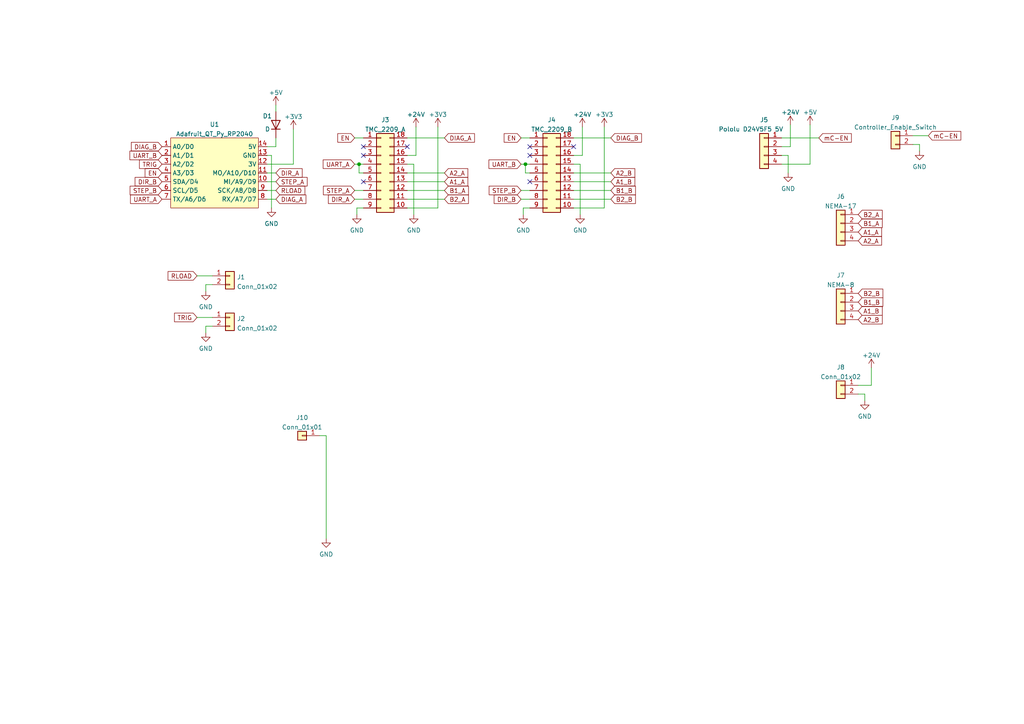
<source format=kicad_sch>
(kicad_sch (version 20211123) (generator eeschema)
  (paper "A4")
  (lib_symbols
    (symbol "Boards:Adafruit_QT_Py"
      (property "Reference" "U" (at 0 16.51 0))
      (property "Value" "Adafruit_QT_Py" (at 0 13.97 0))
      (symbol "Adafruit_QT_Py_0_1"
        (rectangle (start -12.7 10.16) (end 12.7 -10.16) (stroke (width 0.1524)) (fill (type background)))
      )
      (symbol "Adafruit_QT_Py_1_1"
        (pin passive line (at -15.24 7.62 0) (length 2.54) (name "A0/D0") (number "1"))
        (pin passive line (at 15.24 -2.54 180) (length 2.54) (name "MI/A9/D9") (number "10"))
        (pin passive line (at 15.24 0 180) (length 2.54) (name "MO/A10/D10") (number "11"))
        (pin passive line (at 15.24 2.54 180) (length 2.54) (name "3V") (number "12"))
        (pin passive line (at 15.24 5.08 180) (length 2.54) (name "GND") (number "13"))
        (pin passive line (at 15.24 7.62 180) (length 2.54) (name "5V") (number "14"))
        (pin passive line (at -15.24 5.08 0) (length 2.54) (name "A1/D1") (number "2"))
        (pin passive line (at -15.24 2.54 0) (length 2.54) (name "A2/D2") (number "3"))
        (pin passive line (at -15.24 0 0) (length 2.54) (name "A3/D3") (number "4"))
        (pin passive line (at -15.24 -2.54 0) (length 2.54) (name "SDA/D4") (number "5"))
        (pin passive line (at -15.24 -5.08 0) (length 2.54) (name "SCL/D5") (number "6"))
        (pin passive line (at -15.24 -7.62 0) (length 2.54) (name "TX/A6/D6") (number "7"))
        (pin passive line (at 15.24 -7.62 180) (length 2.54) (name "RX/A7/D7") (number "8"))
        (pin passive line (at 15.24 -5.08 180) (length 2.54) (name "SCK/A8/D8") (number "9"))
      )
    )
    (symbol "Connector_Generic:Conn_01x01" (pin_names (offset 1.016) hide)
      (property "Reference" "J" (at 0 2.54 0))
      (property "Value" "Conn_01x01" (at 0 -2.54 0))
      (symbol "Conn_01x01_1_1"
        (rectangle (start -1.27 0.127) (end 0 -0.127) (stroke (width 0.1524)))
        (rectangle (start -1.27 1.27) (end 1.27 -1.27) (stroke (width 0.254)) (fill (type background)))
        (pin passive line (at -5.08 0 0) (length 3.81) (name "Pin_1") (number "1"))
      )
    )
    (symbol "Connector_Generic:Conn_01x02" (pin_names (offset 1.016) hide)
      (property "Reference" "J" (at 0 2.54 0))
      (property "Value" "Conn_01x02" (at 0 -5.08 0))
      (symbol "Conn_01x02_1_1"
        (rectangle (start -1.27 -2.413) (end 0 -2.667) (stroke (width 0.1524)))
        (rectangle (start -1.27 0.127) (end 0 -0.127) (stroke (width 0.1524)))
        (rectangle (start -1.27 1.27) (end 1.27 -3.81) (stroke (width 0.254)) (fill (type background)))
        (pin passive line (at -5.08 0 0) (length 3.81) (name "Pin_1") (number "1"))
        (pin passive line (at -5.08 -2.54 0) (length 3.81) (name "Pin_2") (number "2"))
      )
    )
    (symbol "Connector_Generic:Conn_01x04" (pin_names (offset 1.016) hide)
      (property "Reference" "J" (at 0 5.08 0))
      (property "Value" "Conn_01x04" (at 0 -7.62 0))
      (symbol "Conn_01x04_1_1"
        (rectangle (start -1.27 -4.953) (end 0 -5.207) (stroke (width 0.1524)))
        (rectangle (start -1.27 -2.413) (end 0 -2.667) (stroke (width 0.1524)))
        (rectangle (start -1.27 0.127) (end 0 -0.127) (stroke (width 0.1524)))
        (rectangle (start -1.27 2.667) (end 0 2.413) (stroke (width 0.1524)))
        (rectangle (start -1.27 3.81) (end 1.27 -6.35) (stroke (width 0.254)) (fill (type background)))
        (pin passive line (at -5.08 2.54 0) (length 3.81) (name "Pin_1") (number "1"))
        (pin passive line (at -5.08 0 0) (length 3.81) (name "Pin_2") (number "2"))
        (pin passive line (at -5.08 -2.54 0) (length 3.81) (name "Pin_3") (number "3"))
        (pin passive line (at -5.08 -5.08 0) (length 3.81) (name "Pin_4") (number "4"))
      )
    )
    (symbol "Connector_Generic:Conn_02x09_Counter_Clockwise" (pin_names (offset 1.016) hide)
      (property "Reference" "J" (at 1.27 12.7 0))
      (property "Value" "Conn_02x09_Counter_Clockwise" (at 1.27 -12.7 0))
      (symbol "Conn_02x09_Counter_Clockwise_1_1"
        (rectangle (start -1.27 -10.033) (end 0 -10.287) (stroke (width 0.1524)))
        (rectangle (start -1.27 -7.493) (end 0 -7.747) (stroke (width 0.1524)))
        (rectangle (start -1.27 -4.953) (end 0 -5.207) (stroke (width 0.1524)))
        (rectangle (start -1.27 -2.413) (end 0 -2.667) (stroke (width 0.1524)))
        (rectangle (start -1.27 0.127) (end 0 -0.127) (stroke (width 0.1524)))
        (rectangle (start -1.27 2.667) (end 0 2.413) (stroke (width 0.1524)))
        (rectangle (start -1.27 5.207) (end 0 4.953) (stroke (width 0.1524)))
        (rectangle (start -1.27 7.747) (end 0 7.493) (stroke (width 0.1524)))
        (rectangle (start -1.27 10.287) (end 0 10.033) (stroke (width 0.1524)))
        (rectangle (start -1.27 11.43) (end 3.81 -11.43) (stroke (width 0.254)) (fill (type background)))
        (rectangle (start 3.81 -10.033) (end 2.54 -10.287) (stroke (width 0.1524)))
        (rectangle (start 3.81 -7.493) (end 2.54 -7.747) (stroke (width 0.1524)))
        (rectangle (start 3.81 -4.953) (end 2.54 -5.207) (stroke (width 0.1524)))
        (rectangle (start 3.81 -2.413) (end 2.54 -2.667) (stroke (width 0.1524)))
        (rectangle (start 3.81 0.127) (end 2.54 -0.127) (stroke (width 0.1524)))
        (rectangle (start 3.81 2.667) (end 2.54 2.413) (stroke (width 0.1524)))
        (rectangle (start 3.81 5.207) (end 2.54 4.953) (stroke (width 0.1524)))
        (rectangle (start 3.81 7.747) (end 2.54 7.493) (stroke (width 0.1524)))
        (rectangle (start 3.81 10.287) (end 2.54 10.033) (stroke (width 0.1524)))
        (pin passive line (at -5.08 10.16 0) (length 3.81) (name "Pin_1") (number "1"))
        (pin passive line (at 7.62 -10.16 180) (length 3.81) (name "Pin_10") (number "10"))
        (pin passive line (at 7.62 -7.62 180) (length 3.81) (name "Pin_11") (number "11"))
        (pin passive line (at 7.62 -5.08 180) (length 3.81) (name "Pin_12") (number "12"))
        (pin passive line (at 7.62 -2.54 180) (length 3.81) (name "Pin_13") (number "13"))
        (pin passive line (at 7.62 0 180) (length 3.81) (name "Pin_14") (number "14"))
        (pin passive line (at 7.62 2.54 180) (length 3.81) (name "Pin_15") (number "15"))
        (pin passive line (at 7.62 5.08 180) (length 3.81) (name "Pin_16") (number "16"))
        (pin passive line (at 7.62 7.62 180) (length 3.81) (name "Pin_17") (number "17"))
        (pin passive line (at 7.62 10.16 180) (length 3.81) (name "Pin_18") (number "18"))
        (pin passive line (at -5.08 7.62 0) (length 3.81) (name "Pin_2") (number "2"))
        (pin passive line (at -5.08 5.08 0) (length 3.81) (name "Pin_3") (number "3"))
        (pin passive line (at -5.08 2.54 0) (length 3.81) (name "Pin_4") (number "4"))
        (pin passive line (at -5.08 0 0) (length 3.81) (name "Pin_5") (number "5"))
        (pin passive line (at -5.08 -2.54 0) (length 3.81) (name "Pin_6") (number "6"))
        (pin passive line (at -5.08 -5.08 0) (length 3.81) (name "Pin_7") (number "7"))
        (pin passive line (at -5.08 -7.62 0) (length 3.81) (name "Pin_8") (number "8"))
        (pin passive line (at -5.08 -10.16 0) (length 3.81) (name "Pin_9") (number "9"))
      )
    )
    (symbol "Device:D" (pin_numbers hide) (pin_names (offset 1.016) hide)
      (property "Reference" "D" (at 0 2.54 0))
      (property "Value" "D" (at 0 -2.54 0))
      (symbol "D_0_1"
        (polyline (pts (xy -1.27 1.27) (xy -1.27 -1.27)) (stroke (width 0.254)))
        (polyline (pts (xy 1.27 0) (xy -1.27 0)))
        (polyline (pts (xy 1.27 1.27) (xy 1.27 -1.27) (xy -1.27 0) (xy 1.27 1.27)) (stroke (width 0.254)))
      )
      (symbol "D_1_1"
        (pin passive line (at -3.81 0 0) (length 2.54) (name "K") (number "1"))
        (pin passive line (at 3.81 0 180) (length 2.54) (name "A") (number "2"))
      )
    )
    (symbol "power:+24V" (power) (pin_names (offset 0))
      (property "Value" "+24V" (at 0 3.556 0))
      (symbol "+24V_0_1"
        (polyline (pts (xy -0.762 1.27) (xy 0 2.54)))
        (polyline (pts (xy 0 0) (xy 0 2.54)))
        (polyline (pts (xy 0 2.54) (xy 0.762 1.27)))
      )
      (symbol "+24V_1_1"
        (pin power_in line (at 0 0 90) (length 0) hide (name "+24V") (number "1"))
      )
    )
    (symbol "power:+3V3" (power) (pin_names (offset 0))
      (property "Value" "+3V3" (at 0 3.556 0))
      (symbol "+3V3_0_1"
        (polyline (pts (xy -0.762 1.27) (xy 0 2.54)))
        (polyline (pts (xy 0 0) (xy 0 2.54)))
        (polyline (pts (xy 0 2.54) (xy 0.762 1.27)))
      )
      (symbol "+3V3_1_1"
        (pin power_in line (at 0 0 90) (length 0) hide (name "+3V3") (number "1"))
      )
    )
    (symbol "power:+5V" (power) (pin_names (offset 0))
      (property "Value" "+5V" (at 0 3.556 0))
      (symbol "+5V_0_1"
        (polyline (pts (xy -0.762 1.27) (xy 0 2.54)))
        (polyline (pts (xy 0 0) (xy 0 2.54)))
        (polyline (pts (xy 0 2.54) (xy 0.762 1.27)))
      )
      (symbol "+5V_1_1"
        (pin power_in line (at 0 0 90) (length 0) hide (name "+5V") (number "1"))
      )
    )
    (symbol "power:GND" (power) (pin_names (offset 0))
      (property "Value" "GND" (at 0 -3.81 0))
      (symbol "GND_0_1"
        (polyline (pts (xy 0 0) (xy 0 -1.27) (xy 1.27 -1.27) (xy 0 -2.54) (xy -1.27 -1.27) (xy 0 -1.27)))
      )
      (symbol "GND_1_1"
        (pin power_in line (at 0 0 270) (length 0) hide (name "GND") (number "1"))
      )
    )
  )
  (junction (at 104.14 47.625))
  (junction (at 152.4 47.625))
  (no_connect (at 118.11 42.545))
  (no_connect (at 105.41 45.085))
  (no_connect (at 105.41 42.545))
  (no_connect (at 153.67 42.545))
  (no_connect (at 153.67 45.085))
  (no_connect (at 105.41 52.705))
  (no_connect (at 153.67 52.705))
  (no_connect (at 166.37 42.545))
  (wire (pts (xy 252.73 111.76) (xy 252.73 106.68)))
  (wire (pts (xy 118.11 55.245) (xy 128.905 55.245)))
  (wire (pts (xy 102.87 47.625) (xy 104.14 47.625)))
  (wire (pts (xy 118.11 40.005) (xy 128.905 40.005)))
  (wire (pts (xy 264.795 39.37) (xy 269.24 39.37)))
  (wire (pts (xy 226.695 40.005) (xy 237.49 40.005)))
  (wire (pts (xy 104.14 47.625) (xy 105.41 47.625)))
  (wire (pts (xy 226.695 42.545) (xy 229.235 42.545)))
  (wire (pts (xy 80.01 30.48) (xy 80.01 32.385)))
  (wire (pts (xy 228.6 45.085) (xy 228.6 50.165)))
  (wire (pts (xy 151.13 47.625) (xy 152.4 47.625)))
  (wire (pts (xy 77.47 45.085) (xy 78.74 45.085)))
  (wire (pts (xy 103.505 60.325) (xy 103.505 62.23)))
  (wire (pts (xy 105.41 60.325) (xy 103.505 60.325)))
  (wire (pts (xy 77.47 47.625) (xy 85.09 47.625)))
  (wire (pts (xy 153.67 60.325) (xy 151.765 60.325)))
  (wire (pts (xy 151.13 57.785) (xy 153.67 57.785)))
  (wire (pts (xy 151.13 40.005) (xy 153.67 40.005)))
  (wire (pts (xy 168.91 36.83) (xy 168.91 45.085)))
  (wire (pts (xy 59.69 82.55) (xy 61.595 82.55)))
  (wire (pts (xy 166.37 60.325) (xy 175.26 60.325)))
  (wire (pts (xy 57.15 80.01) (xy 61.595 80.01)))
  (wire (pts (xy 105.41 50.165) (xy 104.14 50.165)))
  (wire (pts (xy 102.87 55.245) (xy 105.41 55.245)))
  (wire (pts (xy 127 36.83) (xy 127 60.325)))
  (wire (pts (xy 77.47 52.705) (xy 80.01 52.705)))
  (wire (pts (xy 118.11 52.705) (xy 128.905 52.705)))
  (wire (pts (xy 59.69 96.52) (xy 59.69 94.615)))
  (wire (pts (xy 166.37 50.165) (xy 177.165 50.165)))
  (wire (pts (xy 120.65 36.83) (xy 120.65 45.085)))
  (wire (pts (xy 166.37 52.705) (xy 177.165 52.705)))
  (wire (pts (xy 166.37 57.785) (xy 177.165 57.785)))
  (wire (pts (xy 78.74 45.085) (xy 78.74 60.325)))
  (wire (pts (xy 57.15 92.075) (xy 61.595 92.075)))
  (wire (pts (xy 85.09 47.625) (xy 85.09 37.465)))
  (wire (pts (xy 248.92 111.76) (xy 252.73 111.76)))
  (wire (pts (xy 226.695 45.085) (xy 228.6 45.085)))
  (wire (pts (xy 175.26 36.83) (xy 175.26 60.325)))
  (wire (pts (xy 94.615 126.365) (xy 94.615 156.21)))
  (wire (pts (xy 229.235 36.195) (xy 229.235 42.545)))
  (wire (pts (xy 250.825 114.3) (xy 250.825 116.205)))
  (wire (pts (xy 77.47 55.245) (xy 80.01 55.245)))
  (wire (pts (xy 168.275 47.625) (xy 168.275 62.23)))
  (wire (pts (xy 77.47 42.545) (xy 80.01 42.545)))
  (wire (pts (xy 102.87 40.005) (xy 105.41 40.005)))
  (wire (pts (xy 118.11 50.165) (xy 128.905 50.165)))
  (wire (pts (xy 118.11 60.325) (xy 127 60.325)))
  (wire (pts (xy 118.11 47.625) (xy 120.015 47.625)))
  (wire (pts (xy 92.71 126.365) (xy 94.615 126.365)))
  (wire (pts (xy 151.765 60.325) (xy 151.765 62.23)))
  (wire (pts (xy 118.11 45.085) (xy 120.65 45.085)))
  (wire (pts (xy 166.37 40.005) (xy 177.165 40.005)))
  (wire (pts (xy 118.11 57.785) (xy 128.905 57.785)))
  (wire (pts (xy 166.37 55.245) (xy 177.165 55.245)))
  (wire (pts (xy 59.69 94.615) (xy 61.595 94.615)))
  (wire (pts (xy 166.37 47.625) (xy 168.275 47.625)))
  (wire (pts (xy 120.015 47.625) (xy 120.015 62.23)))
  (wire (pts (xy 151.13 55.245) (xy 153.67 55.245)))
  (wire (pts (xy 102.87 57.785) (xy 105.41 57.785)))
  (wire (pts (xy 266.7 43.815) (xy 266.7 41.91)))
  (wire (pts (xy 77.47 57.785) (xy 80.01 57.785)))
  (wire (pts (xy 152.4 47.625) (xy 153.67 47.625)))
  (wire (pts (xy 166.37 45.085) (xy 168.91 45.085)))
  (wire (pts (xy 266.7 41.91) (xy 264.795 41.91)))
  (wire (pts (xy 104.14 50.165) (xy 104.14 47.625)))
  (wire (pts (xy 153.67 50.165) (xy 152.4 50.165)))
  (wire (pts (xy 248.92 114.3) (xy 250.825 114.3)))
  (wire (pts (xy 234.95 47.625) (xy 234.95 36.195)))
  (wire (pts (xy 226.695 47.625) (xy 234.95 47.625)))
  (wire (pts (xy 77.47 50.165) (xy 80.01 50.165)))
  (wire (pts (xy 152.4 50.165) (xy 152.4 47.625)))
  (wire (pts (xy 59.69 84.455) (xy 59.69 82.55)))
  (wire (pts (xy 80.01 40.005) (xy 80.01 42.545)))
  (global_label "mC-EN" (shape input) (at 269.24 39.37 0) (property "Intersheet References" "${INTERSHEET_REFS}" (effects hide)))
  (global_label "DIAG_B" (shape input) (at 177.165 40.005 0) (property "Intersheet References" "${INTERSHEET_REFS}" (effects hide)))
  (global_label "B1_B" (shape input) (at 248.92 87.63 0) (property "Intersheet References" "${INTERSHEET_REFS}" (effects hide)))
  (global_label "A2_A" (shape input) (at 128.905 50.165 0) (property "Intersheet References" "${INTERSHEET_REFS}" (effects hide)))
  (global_label "TRIG" (shape input) (at 57.15 92.075 180) (property "Intersheet References" "${INTERSHEET_REFS}" (effects hide)))
  (global_label "STEP_A" (shape input) (at 102.87 55.245 180) (property "Intersheet References" "${INTERSHEET_REFS}" (effects hide)))
  (global_label "A1_B" (shape input) (at 248.92 90.17 0) (property "Intersheet References" "${INTERSHEET_REFS}" (effects hide)))
  (global_label "A1_B" (shape input) (at 177.165 52.705 0) (property "Intersheet References" "${INTERSHEET_REFS}" (effects hide)))
  (global_label "mC-EN" (shape input) (at 237.49 40.005 0) (property "Intersheet References" "${INTERSHEET_REFS}" (effects hide)))
  (global_label "DIR_B" (shape input) (at 46.99 52.705 180) (property "Intersheet References" "${INTERSHEET_REFS}" (effects hide)))
  (global_label "B1_A" (shape input) (at 248.92 64.77 0) (property "Intersheet References" "${INTERSHEET_REFS}" (effects hide)))
  (global_label "B2_A" (shape input) (at 248.92 62.23 0) (property "Intersheet References" "${INTERSHEET_REFS}" (effects hide)))
  (global_label "DIR_A" (shape input) (at 80.01 50.165 0) (property "Intersheet References" "${INTERSHEET_REFS}" (effects hide)))
  (global_label "A1_A" (shape input) (at 248.92 67.31 0) (property "Intersheet References" "${INTERSHEET_REFS}" (effects hide)))
  (global_label "B2_A" (shape input) (at 128.905 57.785 0) (property "Intersheet References" "${INTERSHEET_REFS}" (effects hide)))
  (global_label "EN" (shape input) (at 151.13 40.005 180) (property "Intersheet References" "${INTERSHEET_REFS}" (effects hide)))
  (global_label "DIAG_A" (shape input) (at 80.01 57.785 0) (property "Intersheet References" "${INTERSHEET_REFS}" (effects hide)))
  (global_label "UART_B" (shape input) (at 151.13 47.625 180) (property "Intersheet References" "${INTERSHEET_REFS}" (effects hide)))
  (global_label "EN" (shape input) (at 46.99 50.165 180) (property "Intersheet References" "${INTERSHEET_REFS}" (effects hide)))
  (global_label "A2_B" (shape input) (at 177.165 50.165 0) (property "Intersheet References" "${INTERSHEET_REFS}" (effects hide)))
  (global_label "EN" (shape input) (at 102.87 40.005 180) (property "Intersheet References" "${INTERSHEET_REFS}" (effects hide)))
  (global_label "DIAG_B" (shape input) (at 46.99 42.545 180) (property "Intersheet References" "${INTERSHEET_REFS}" (effects hide)))
  (global_label "STEP_A" (shape input) (at 80.01 52.705 0) (property "Intersheet References" "${INTERSHEET_REFS}" (effects hide)))
  (global_label "B2_B" (shape input) (at 248.92 85.09 0) (property "Intersheet References" "${INTERSHEET_REFS}" (effects hide)))
  (global_label "DIR_B" (shape input) (at 151.13 57.785 180) (property "Intersheet References" "${INTERSHEET_REFS}" (effects hide)))
  (global_label "UART_A" (shape input) (at 46.99 57.785 180) (property "Intersheet References" "${INTERSHEET_REFS}" (effects hide)))
  (global_label "RLOAD" (shape input) (at 80.01 55.245 0) (property "Intersheet References" "${INTERSHEET_REFS}" (effects hide)))
  (global_label "A2_B" (shape input) (at 248.92 92.71 0) (property "Intersheet References" "${INTERSHEET_REFS}" (effects hide)))
  (global_label "B1_A" (shape input) (at 128.905 55.245 0) (property "Intersheet References" "${INTERSHEET_REFS}" (effects hide)))
  (global_label "UART_B" (shape input) (at 46.99 45.085 180) (property "Intersheet References" "${INTERSHEET_REFS}" (effects hide)))
  (global_label "RLOAD" (shape input) (at 57.15 80.01 180) (property "Intersheet References" "${INTERSHEET_REFS}" (effects hide)))
  (global_label "STEP_B" (shape input) (at 46.99 55.245 180) (property "Intersheet References" "${INTERSHEET_REFS}" (effects hide)))
  (global_label "DIAG_A" (shape input) (at 128.905 40.005 0) (property "Intersheet References" "${INTERSHEET_REFS}" (effects hide)))
  (global_label "TRIG" (shape input) (at 46.99 47.625 180) (property "Intersheet References" "${INTERSHEET_REFS}" (effects hide)))
  (global_label "STEP_B" (shape input) (at 151.13 55.245 180) (property "Intersheet References" "${INTERSHEET_REFS}" (effects hide)))
  (global_label "A1_A" (shape input) (at 128.905 52.705 0) (property "Intersheet References" "${INTERSHEET_REFS}" (effects hide)))
  (global_label "B2_B" (shape input) (at 177.165 57.785 0) (property "Intersheet References" "${INTERSHEET_REFS}" (effects hide)))
  (global_label "B1_B" (shape input) (at 177.165 55.245 0) (property "Intersheet References" "${INTERSHEET_REFS}" (effects hide)))
  (global_label "UART_A" (shape input) (at 102.87 47.625 180) (property "Intersheet References" "${INTERSHEET_REFS}" (effects hide)))
  (global_label "DIR_A" (shape input) (at 102.87 57.785 180) (property "Intersheet References" "${INTERSHEET_REFS}" (effects hide)))
  (global_label "A2_A" (shape input) (at 248.92 69.85 0) (property "Intersheet References" "${INTERSHEET_REFS}" (effects hide)))
  (symbol (lib_id "power:+24V") (at 252.73 106.68 0) (unit 1)
    (property "Reference" "#PWR0117" (effects hide))
    (property "Value" "+24V" (at 252.73 103.0755 0))
  )
  (symbol (lib_id "power:GND") (at 103.505 62.23 0) (unit 1)
    (property "Reference" "#PWR0103" (effects hide))
    (property "Value" "GND" (at 103.505 66.7925 0))
  )
  (symbol (lib_id "Connector_Generic:Conn_01x01") (at 87.63 126.365 180) (unit 1)
    (property "Reference" "J10" (at 87.63 121.1285 0))
    (property "Value" "Conn_01x01" (at 87.63 123.9036 0))
    (property "Footprint" "MountingHole:MountingHole_3.2mm_M3" (effects hide))
  )
  (symbol (lib_id "Device:D") (at 80.01 36.195 90) (unit 1)
    (property "Reference" "D1" (at 76.2 33.655 90) (effects (justify right)))
    (property "Value" "D" (at 76.835 37.465 90) (effects (justify right)))
    (property "Footprint" "Diode_SMD:D_0603_1608Metric_Pad1.05x0.95mm_HandSolder" (effects hide))
  )
  (symbol (lib_id "Connector_Generic:Conn_01x04") (at 243.84 87.63 0) (mirror y) (unit 1)
    (property "Reference" "J7" (at 243.84 79.8535 0))
    (property "Value" "NEMA-8" (at 243.84 82.6286 0))
    (property "Footprint" "Connector_PinHeader_2.54mm:PinHeader_1x04_P2.54mm_Vertical" (effects hide))
  )
  (symbol (lib_id "Boards:Adafruit_QT_Py") (at 62.23 50.165 0) (unit 1)
    (property "Reference" "U1" (at 62.23 36.0893 0))
    (property "Value" "Adafruit_QT_Py_RP2040" (at 62.23 38.8644 0))
    (property "Footprint" "Boards:Adafruit_QT_Py_SMD" (effects hide))
  )
  (symbol (lib_id "power:GND") (at 228.6 50.165 0) (unit 1)
    (property "Reference" "#PWR0116" (effects hide))
    (property "Value" "GND" (at 228.6 54.7275 0))
  )
  (symbol (lib_id "power:GND") (at 266.7 43.815 0) (unit 1)
    (property "Reference" "#PWR0119" (effects hide))
    (property "Value" "GND" (at 266.7 48.3775 0))
  )
  (symbol (lib_id "Connector_Generic:Conn_01x02") (at 66.675 92.075 0) (unit 1)
    (property "Reference" "J2" (at 68.707 92.4365 0) (effects (justify left)))
    (property "Value" "Conn_01x02" (at 68.707 95.2116 0) (effects (justify left)))
    (property "Footprint" "Connector_JST:JST_PH_B2B-PH-K_1x02_P2.00mm_Vertical" (effects hide))
  )
  (symbol (lib_id "power:+3V3") (at 127 36.83 0) (unit 1)
    (property "Reference" "#PWR0102" (effects hide))
    (property "Value" "+3V3" (at 127 33.2255 0))
  )
  (symbol (lib_id "power:GND") (at 120.015 62.23 0) (unit 1)
    (property "Reference" "#PWR0104" (effects hide))
    (property "Value" "GND" (at 120.015 66.7925 0))
  )
  (symbol (lib_id "power:+5V") (at 80.01 30.48 0) (unit 1)
    (property "Reference" "#PWR0106" (effects hide))
    (property "Value" "+5V" (at 80.01 26.8755 0))
  )
  (symbol (lib_id "power:+24V") (at 229.235 36.195 0) (unit 1)
    (property "Reference" "#PWR0112" (effects hide))
    (property "Value" "+24V" (at 229.235 32.5905 0))
  )
  (symbol (lib_id "power:GND") (at 59.69 96.52 0) (unit 1)
    (property "Reference" "#PWR0108" (effects hide))
    (property "Value" "GND" (at 59.69 101.0825 0))
  )
  (symbol (lib_id "power:+5V") (at 234.95 36.195 0) (unit 1)
    (property "Reference" "#PWR0113" (effects hide))
    (property "Value" "+5V" (at 234.95 32.5905 0))
  )
  (symbol (lib_id "power:+3V3") (at 85.09 37.465 0) (unit 1)
    (property "Reference" "#PWR0105" (effects hide))
    (property "Value" "+3V3" (at 85.09 33.8605 0))
  )
  (symbol (lib_id "power:GND") (at 59.69 84.455 0) (unit 1)
    (property "Reference" "#PWR0109" (effects hide))
    (property "Value" "GND" (at 59.69 89.0175 0))
  )
  (symbol (lib_id "power:GND") (at 94.615 156.21 0) (unit 1)
    (property "Reference" "#PWR0120" (effects hide))
    (property "Value" "GND" (at 94.615 160.7725 0))
  )
  (symbol (lib_id "Connector_Generic:Conn_01x02") (at 259.715 39.37 0) (mirror y) (unit 1)
    (property "Reference" "J9" (at 259.715 34.1335 0))
    (property "Value" "Controller_Enable_Switch" (at 259.715 36.9086 0))
    (property "Footprint" "Connector_JST:JST_PH_B2B-PH-K_1x02_P2.00mm_Vertical" (effects hide))
  )
  (symbol (lib_id "Connector_Generic:Conn_02x09_Counter_Clockwise") (at 158.75 50.165 0) (unit 1)
    (property "Reference" "J4" (at 160.02 34.7685 0))
    (property "Value" "TMC_2209_B" (at 160.02 37.5436 0))
    (property "Footprint" "Boards:BTT_TMC_2209" (effects hide))
  )
  (symbol (lib_id "Connector_Generic:Conn_01x02") (at 66.675 80.01 0) (unit 1)
    (property "Reference" "J1" (at 68.707 80.3715 0) (effects (justify left)))
    (property "Value" "Conn_01x02" (at 68.707 83.1466 0) (effects (justify left)))
    (property "Footprint" "Connector_JST:JST_PH_B2B-PH-K_1x02_P2.00mm_Vertical" (effects hide))
  )
  (symbol (lib_id "power:GND") (at 168.275 62.23 0) (unit 1)
    (property "Reference" "#PWR0114" (effects hide))
    (property "Value" "GND" (at 168.275 66.7925 0))
  )
  (symbol (lib_id "power:GND") (at 151.765 62.23 0) (unit 1)
    (property "Reference" "#PWR0115" (effects hide))
    (property "Value" "GND" (at 151.765 66.7925 0))
  )
  (symbol (lib_id "power:GND") (at 78.74 60.325 0) (unit 1)
    (property "Reference" "#PWR0107" (effects hide))
    (property "Value" "GND" (at 78.74 64.8875 0))
  )
  (symbol (lib_id "Connector_Generic:Conn_01x04") (at 221.615 42.545 0) (mirror y) (unit 1)
    (property "Reference" "J5" (at 221.615 34.7685 0))
    (property "Value" "Pololu D24V5F5 5V" (at 217.805 37.465 0))
    (property "Footprint" "Connector_PinHeader_2.54mm:PinHeader_1x04_P2.54mm_Vertical" (effects hide))
  )
  (symbol (lib_id "power:+24V") (at 168.91 36.83 0) (unit 1)
    (property "Reference" "#PWR0110" (effects hide))
    (property "Value" "+24V" (at 168.91 33.2255 0))
  )
  (symbol (lib_id "power:+24V") (at 120.65 36.83 0) (unit 1)
    (property "Reference" "#PWR0101" (effects hide))
    (property "Value" "+24V" (at 120.65 33.2255 0))
  )
  (symbol (lib_id "Connector_Generic:Conn_02x09_Counter_Clockwise") (at 110.49 50.165 0) (unit 1)
    (property "Reference" "J3" (at 111.76 34.7685 0))
    (property "Value" "TMC_2209_A" (at 111.76 37.5436 0))
    (property "Footprint" "Boards:BTT_TMC_2209" (effects hide))
  )
  (symbol (lib_id "power:+3V3") (at 175.26 36.83 0) (unit 1)
    (property "Reference" "#PWR0111" (effects hide))
    (property "Value" "+3V3" (at 175.26 33.2255 0))
  )
  (symbol (lib_id "Connector_Generic:Conn_01x04") (at 243.84 64.77 0) (mirror y) (unit 1)
    (property "Reference" "J6" (at 243.84 56.9935 0))
    (property "Value" "NEMA-17" (at 243.84 59.7686 0))
    (property "Footprint" "Connector_PinHeader_2.54mm:PinHeader_1x04_P2.54mm_Vertical" (effects hide))
  )
  (symbol (lib_id "power:GND") (at 250.825 116.205 0) (unit 1)
    (property "Reference" "#PWR0118" (effects hide))
    (property "Value" "GND" (at 250.825 120.7675 0))
  )
  (symbol (lib_id "Connector_Generic:Conn_01x02") (at 243.84 111.76 0) (mirror y) (unit 1)
    (property "Reference" "J8" (at 243.84 106.5235 0))
    (property "Value" "Conn_01x02" (at 243.84 109.2986 0))
    (property "Footprint" "Connector_Molex:Molex_KK-396_A-41791-0002_1x02_P3.96mm_Vertical" (effects hide))
  )
)
</source>
